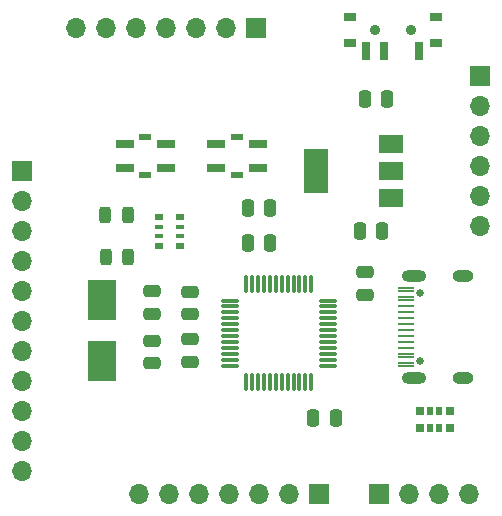
<source format=gbr>
%TF.GenerationSoftware,KiCad,Pcbnew,7.0.8*%
%TF.CreationDate,2024-02-20T11:28:20-06:00*%
%TF.ProjectId,CH32V103DevBoard,43483332-5631-4303-9344-6576426f6172,rev?*%
%TF.SameCoordinates,Original*%
%TF.FileFunction,Soldermask,Top*%
%TF.FilePolarity,Negative*%
%FSLAX46Y46*%
G04 Gerber Fmt 4.6, Leading zero omitted, Abs format (unit mm)*
G04 Created by KiCad (PCBNEW 7.0.8) date 2024-02-20 11:28:20*
%MOMM*%
%LPD*%
G01*
G04 APERTURE LIST*
G04 Aperture macros list*
%AMRoundRect*
0 Rectangle with rounded corners*
0 $1 Rounding radius*
0 $2 $3 $4 $5 $6 $7 $8 $9 X,Y pos of 4 corners*
0 Add a 4 corners polygon primitive as box body*
4,1,4,$2,$3,$4,$5,$6,$7,$8,$9,$2,$3,0*
0 Add four circle primitives for the rounded corners*
1,1,$1+$1,$2,$3*
1,1,$1+$1,$4,$5*
1,1,$1+$1,$6,$7*
1,1,$1+$1,$8,$9*
0 Add four rect primitives between the rounded corners*
20,1,$1+$1,$2,$3,$4,$5,0*
20,1,$1+$1,$4,$5,$6,$7,0*
20,1,$1+$1,$6,$7,$8,$9,0*
20,1,$1+$1,$8,$9,$2,$3,0*%
G04 Aperture macros list end*
%ADD10R,1.700000X1.700000*%
%ADD11O,1.700000X1.700000*%
%ADD12R,1.000000X0.500000*%
%ADD13R,1.500000X0.800000*%
%ADD14R,2.000000X1.500000*%
%ADD15R,2.000000X3.800000*%
%ADD16RoundRect,0.243750X-0.243750X-0.456250X0.243750X-0.456250X0.243750X0.456250X-0.243750X0.456250X0*%
%ADD17RoundRect,0.250000X-0.250000X-0.475000X0.250000X-0.475000X0.250000X0.475000X-0.250000X0.475000X0*%
%ADD18R,0.800000X0.500000*%
%ADD19R,0.800000X0.400000*%
%ADD20RoundRect,0.250000X0.250000X0.475000X-0.250000X0.475000X-0.250000X-0.475000X0.250000X-0.475000X0*%
%ADD21R,1.000000X0.800000*%
%ADD22C,0.900000*%
%ADD23R,0.700000X1.500000*%
%ADD24R,0.640000X0.700000*%
%ADD25R,0.500000X0.700000*%
%ADD26RoundRect,0.250000X0.475000X-0.250000X0.475000X0.250000X-0.475000X0.250000X-0.475000X-0.250000X0*%
%ADD27C,0.650000*%
%ADD28R,1.400000X0.250000*%
%ADD29O,2.100000X1.000000*%
%ADD30O,1.800000X1.000000*%
%ADD31RoundRect,0.075000X-0.662500X-0.075000X0.662500X-0.075000X0.662500X0.075000X-0.662500X0.075000X0*%
%ADD32RoundRect,0.075000X-0.075000X-0.662500X0.075000X-0.662500X0.075000X0.662500X-0.075000X0.662500X0*%
%ADD33R,2.400000X3.500000*%
%ADD34RoundRect,0.250000X-0.475000X0.250000X-0.475000X-0.250000X0.475000X-0.250000X0.475000X0.250000X0*%
G04 APERTURE END LIST*
D10*
%TO.C,J7*%
X153240000Y-63600000D03*
D11*
X150700000Y-63600000D03*
X148160000Y-63600000D03*
X145620000Y-63600000D03*
X143080000Y-63600000D03*
X140540000Y-63600000D03*
X138000000Y-63600000D03*
%TD*%
D12*
%TO.C,SW1*%
X143850000Y-72800000D03*
X143850000Y-76000000D03*
D13*
X142100000Y-73400000D03*
X145600000Y-73400000D03*
X142100000Y-75400000D03*
X145600000Y-75400000D03*
%TD*%
D12*
%TO.C,SW4*%
X151600000Y-72800000D03*
X151600000Y-76000000D03*
D13*
X149850000Y-73400000D03*
X153350000Y-73400000D03*
X149850000Y-75400000D03*
X153350000Y-75400000D03*
%TD*%
D14*
%TO.C,U2*%
X164600000Y-78000000D03*
X164600000Y-75700000D03*
D15*
X158300000Y-75700000D03*
D14*
X164600000Y-73400000D03*
%TD*%
D16*
%TO.C,D2*%
X140462500Y-79400000D03*
X142337500Y-79400000D03*
%TD*%
%TO.C,D1*%
X140525000Y-83000000D03*
X142400000Y-83000000D03*
%TD*%
D10*
%TO.C,J4*%
X133400000Y-75700000D03*
D11*
X133400000Y-78240000D03*
X133400000Y-80780000D03*
X133400000Y-83320000D03*
X133400000Y-85860000D03*
X133400000Y-88400000D03*
X133400000Y-90940000D03*
X133400000Y-93480000D03*
X133400000Y-96020000D03*
X133400000Y-98560000D03*
X133400000Y-101100000D03*
%TD*%
D10*
%TO.C,J5*%
X158570000Y-103000000D03*
D11*
X156030000Y-103000000D03*
X153490000Y-103000000D03*
X150950000Y-103000000D03*
X148410000Y-103000000D03*
X145870000Y-103000000D03*
X143330000Y-103000000D03*
%TD*%
D10*
%TO.C,J3*%
X163600000Y-103000000D03*
D11*
X166140000Y-103000000D03*
X168680000Y-103000000D03*
X171220000Y-103000000D03*
%TD*%
D17*
%TO.C,C5*%
X152500000Y-81800000D03*
X154400000Y-81800000D03*
%TD*%
%TO.C,C2*%
X158050000Y-96600000D03*
X159950000Y-96600000D03*
%TD*%
D18*
%TO.C,RN1*%
X145000000Y-79600000D03*
D19*
X145000000Y-80400000D03*
X145000000Y-81200000D03*
D18*
X145000000Y-82000000D03*
X146800000Y-82000000D03*
D19*
X146800000Y-81200000D03*
X146800000Y-80400000D03*
D18*
X146800000Y-79600000D03*
%TD*%
D20*
%TO.C,C9*%
X164300000Y-69600000D03*
X162400000Y-69600000D03*
%TD*%
D21*
%TO.C,SW2*%
X168450000Y-64855000D03*
X168450000Y-62645000D03*
D22*
X166300000Y-63745000D03*
X163300000Y-63745000D03*
D21*
X161150000Y-64855000D03*
X161150000Y-62645000D03*
D23*
X167050000Y-65505000D03*
X164050000Y-65505000D03*
X162550000Y-65505000D03*
%TD*%
D10*
%TO.C,J2*%
X172200000Y-67650000D03*
D11*
X172200000Y-70190000D03*
X172200000Y-72730000D03*
X172200000Y-75270000D03*
X172200000Y-77810000D03*
X172200000Y-80350000D03*
%TD*%
D24*
%TO.C,RN2*%
X167060000Y-97400000D03*
D25*
X167930000Y-97400000D03*
X168730000Y-97400000D03*
D24*
X169600000Y-97400000D03*
X169600000Y-96000000D03*
D25*
X168730000Y-96000000D03*
X167930000Y-96000000D03*
D24*
X167060000Y-96000000D03*
%TD*%
D20*
%TO.C,C10*%
X163900000Y-80800000D03*
X162000000Y-80800000D03*
%TD*%
D26*
%TO.C,C3*%
X162400000Y-86150000D03*
X162400000Y-84250000D03*
%TD*%
D27*
%TO.C,J1*%
X167112500Y-91790000D03*
X167112500Y-86010000D03*
D28*
X165912500Y-92225000D03*
X165912500Y-91425000D03*
X165912500Y-90150000D03*
X165912500Y-89150000D03*
X165912500Y-88650000D03*
X165912500Y-90650000D03*
X165912500Y-86375000D03*
X165912500Y-85575000D03*
X165912500Y-85825000D03*
X165912500Y-86625000D03*
X165912500Y-87150000D03*
X165912500Y-88150000D03*
X165912500Y-89650000D03*
X165912500Y-87650000D03*
X165912500Y-91175000D03*
X165912500Y-91975000D03*
D29*
X166612500Y-93220000D03*
D30*
X170762500Y-93220000D03*
D29*
X166612500Y-84580000D03*
D30*
X170762500Y-84580000D03*
%TD*%
D31*
%TO.C,U1*%
X150977500Y-86650000D03*
X150977500Y-87150000D03*
X150977500Y-87650000D03*
X150977500Y-88150000D03*
X150977500Y-88650000D03*
X150977500Y-89150000D03*
X150977500Y-89650000D03*
X150977500Y-90150000D03*
X150977500Y-90650000D03*
X150977500Y-91150000D03*
X150977500Y-91650000D03*
X150977500Y-92150000D03*
D32*
X152390000Y-93562500D03*
X152890000Y-93562500D03*
X153390000Y-93562500D03*
X153890000Y-93562500D03*
X154390000Y-93562500D03*
X154890000Y-93562500D03*
X155390000Y-93562500D03*
X155890000Y-93562500D03*
X156390000Y-93562500D03*
X156890000Y-93562500D03*
X157390000Y-93562500D03*
X157890000Y-93562500D03*
D31*
X159302500Y-92150000D03*
X159302500Y-91650000D03*
X159302500Y-91150000D03*
X159302500Y-90650000D03*
X159302500Y-90150000D03*
X159302500Y-89650000D03*
X159302500Y-89150000D03*
X159302500Y-88650000D03*
X159302500Y-88150000D03*
X159302500Y-87650000D03*
X159302500Y-87150000D03*
X159302500Y-86650000D03*
D32*
X157890000Y-85237500D03*
X157390000Y-85237500D03*
X156890000Y-85237500D03*
X156390000Y-85237500D03*
X155890000Y-85237500D03*
X155390000Y-85237500D03*
X154890000Y-85237500D03*
X154390000Y-85237500D03*
X153890000Y-85237500D03*
X153390000Y-85237500D03*
X152890000Y-85237500D03*
X152390000Y-85237500D03*
%TD*%
D17*
%TO.C,C4*%
X152500000Y-78790000D03*
X154400000Y-78790000D03*
%TD*%
D26*
%TO.C,C7*%
X144400000Y-91950000D03*
X144400000Y-90050000D03*
%TD*%
%TO.C,C8*%
X147600000Y-87800000D03*
X147600000Y-85900000D03*
%TD*%
D33*
%TO.C,Y1*%
X140200000Y-91800000D03*
X140200000Y-86600000D03*
%TD*%
D34*
%TO.C,C6*%
X144400000Y-85850000D03*
X144400000Y-87750000D03*
%TD*%
D26*
%TO.C,C1*%
X147600000Y-91830000D03*
X147600000Y-89930000D03*
%TD*%
M02*

</source>
